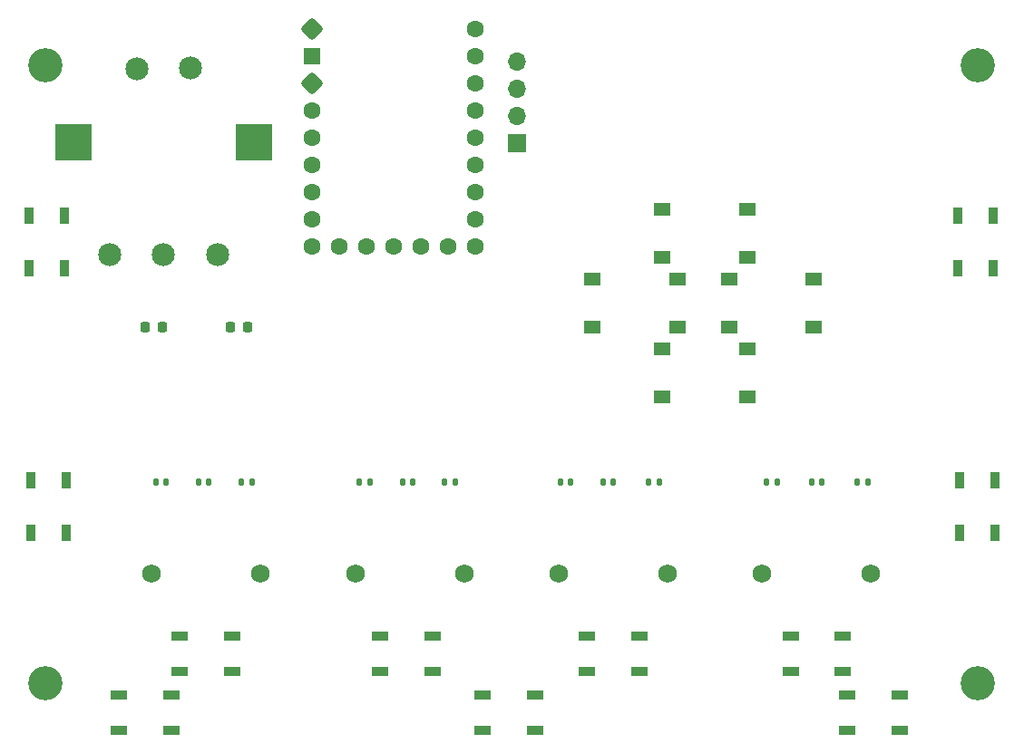
<source format=gts>
G04 #@! TF.GenerationSoftware,KiCad,Pcbnew,8.0.1*
G04 #@! TF.CreationDate,2024-04-13T19:32:52-07:00*
G04 #@! TF.ProjectId,strellpad,73747265-6c6c-4706-9164-2e6b69636164,rev?*
G04 #@! TF.SameCoordinates,Original*
G04 #@! TF.FileFunction,Soldermask,Top*
G04 #@! TF.FilePolarity,Negative*
%FSLAX46Y46*%
G04 Gerber Fmt 4.6, Leading zero omitted, Abs format (unit mm)*
G04 Created by KiCad (PCBNEW 8.0.1) date 2024-04-13 19:32:52*
%MOMM*%
%LPD*%
G01*
G04 APERTURE LIST*
G04 Aperture macros list*
%AMRoundRect*
0 Rectangle with rounded corners*
0 $1 Rounding radius*
0 $2 $3 $4 $5 $6 $7 $8 $9 X,Y pos of 4 corners*
0 Add a 4 corners polygon primitive as box body*
4,1,4,$2,$3,$4,$5,$6,$7,$8,$9,$2,$3,0*
0 Add four circle primitives for the rounded corners*
1,1,$1+$1,$2,$3*
1,1,$1+$1,$4,$5*
1,1,$1+$1,$6,$7*
1,1,$1+$1,$8,$9*
0 Add four rect primitives between the rounded corners*
20,1,$1+$1,$2,$3,$4,$5,0*
20,1,$1+$1,$4,$5,$6,$7,0*
20,1,$1+$1,$6,$7,$8,$9,0*
20,1,$1+$1,$8,$9,$2,$3,0*%
G04 Aperture macros list end*
%ADD10RoundRect,0.140000X0.140000X0.170000X-0.140000X0.170000X-0.140000X-0.170000X0.140000X-0.170000X0*%
%ADD11R,1.500000X0.900000*%
%ADD12R,0.900000X1.500000*%
%ADD13RoundRect,0.102000X-1.608000X-1.608000X1.608000X-1.608000X1.608000X1.608000X-1.608000X1.608000X0*%
%ADD14C,2.154000*%
%ADD15C,1.750000*%
%ADD16RoundRect,0.140000X-0.140000X-0.170000X0.140000X-0.170000X0.140000X0.170000X-0.140000X0.170000X0*%
%ADD17RoundRect,0.135000X-0.135000X-0.185000X0.135000X-0.185000X0.135000X0.185000X-0.135000X0.185000X0*%
%ADD18R,1.550000X1.300000*%
%ADD19C,3.200000*%
%ADD20RoundRect,0.225000X-0.225000X-0.250000X0.225000X-0.250000X0.225000X0.250000X-0.225000X0.250000X0*%
%ADD21C,1.600000*%
%ADD22R,1.600000X1.600000*%
%ADD23RoundRect,0.300000X0.000000X-0.707107X0.707107X0.000000X0.000000X0.707107X-0.707107X0.000000X0*%
%ADD24R,1.700000X1.700000*%
%ADD25O,1.700000X1.700000*%
G04 APERTURE END LIST*
D10*
X140740000Y-132500000D03*
X139780000Y-132500000D03*
D11*
X171450000Y-155650000D03*
X171450000Y-152350000D03*
X166550000Y-152350000D03*
X166550000Y-155650000D03*
D12*
X90195000Y-112450000D03*
X93495000Y-112450000D03*
X93495000Y-107550000D03*
X90195000Y-107550000D03*
D13*
X94350000Y-100750000D03*
X111150000Y-100750000D03*
D14*
X97750000Y-111250000D03*
X102750000Y-111250000D03*
X107750000Y-111250000D03*
X100250000Y-93850000D03*
X105250000Y-93750000D03*
D15*
X101630000Y-141000000D03*
X111790000Y-141000000D03*
D11*
X147160000Y-150150000D03*
X147160000Y-146850000D03*
X142260000Y-146850000D03*
X142260000Y-150150000D03*
D16*
X106020000Y-132500000D03*
X106980000Y-132500000D03*
D11*
X103450000Y-155650000D03*
X103450000Y-152350000D03*
X98550000Y-152350000D03*
X98550000Y-155650000D03*
D16*
X163240000Y-132500000D03*
X164200000Y-132500000D03*
D10*
X102980000Y-132500000D03*
X102020000Y-132500000D03*
D12*
X180150000Y-107550000D03*
X176850000Y-107550000D03*
X176850000Y-112450000D03*
X180150000Y-112450000D03*
D16*
X125030000Y-132500000D03*
X125990000Y-132500000D03*
D12*
X180360000Y-132300000D03*
X177060000Y-132300000D03*
X177060000Y-137200000D03*
X180360000Y-137200000D03*
D17*
X109980000Y-132500000D03*
X111000000Y-132500000D03*
X128970000Y-132500000D03*
X129990000Y-132500000D03*
D18*
X155500000Y-113500000D03*
X163450000Y-113500000D03*
X155500000Y-118000000D03*
X163450000Y-118000000D03*
D19*
X178710000Y-93500000D03*
D11*
X109160000Y-150150000D03*
X109160000Y-146850000D03*
X104260000Y-146850000D03*
X104260000Y-150150000D03*
D15*
X120630000Y-141000000D03*
X130790000Y-141000000D03*
D18*
X149250000Y-120000000D03*
X157200000Y-120000000D03*
X149250000Y-124500000D03*
X157200000Y-124500000D03*
D20*
X109000000Y-118000000D03*
X110550000Y-118000000D03*
D15*
X139630000Y-141000000D03*
X149790000Y-141000000D03*
X158630000Y-141000000D03*
X168790000Y-141000000D03*
D11*
X166160000Y-150150000D03*
X166160000Y-146850000D03*
X161260000Y-146850000D03*
X161260000Y-150150000D03*
D10*
X159990000Y-132500000D03*
X159030000Y-132500000D03*
D16*
X143780000Y-132500000D03*
X144740000Y-132500000D03*
D21*
X131830000Y-90090000D03*
X131830000Y-92630000D03*
X131830000Y-95170000D03*
X131830000Y-97710000D03*
X131830000Y-100250000D03*
X131830000Y-102790000D03*
X131830000Y-105330000D03*
X131830000Y-107870000D03*
X131830000Y-110410000D03*
X129290000Y-110410000D03*
X126750000Y-110410000D03*
X124210000Y-110410000D03*
X121670000Y-110410000D03*
X119130000Y-110410000D03*
X116590000Y-110410000D03*
X116590000Y-107870000D03*
X116590000Y-105330000D03*
X116590000Y-102790000D03*
X116590000Y-100250000D03*
X116590000Y-97710000D03*
D22*
X116590000Y-92630000D03*
D23*
X116590000Y-95170000D03*
X116590000Y-90090000D03*
D10*
X121990000Y-132500000D03*
X121030000Y-132500000D03*
D11*
X127825000Y-150150000D03*
X127825000Y-146850000D03*
X122925000Y-146850000D03*
X122925000Y-150150000D03*
D24*
X135710000Y-100810000D03*
D25*
X135710000Y-98270000D03*
X135710000Y-95730000D03*
X135710000Y-93190000D03*
D19*
X178710000Y-151250000D03*
D11*
X137450000Y-155650000D03*
X137450000Y-152350000D03*
X132550000Y-152350000D03*
X132550000Y-155650000D03*
D17*
X147970000Y-132500000D03*
X148990000Y-132500000D03*
X167480000Y-132500000D03*
X168500000Y-132500000D03*
D18*
X149275000Y-107000000D03*
X157225000Y-107000000D03*
X149275000Y-111500000D03*
X157225000Y-111500000D03*
D19*
X91710000Y-93500000D03*
D20*
X101050000Y-118000000D03*
X102600000Y-118000000D03*
D19*
X91710000Y-151250000D03*
D12*
X90350000Y-137200000D03*
X93650000Y-137200000D03*
X93650000Y-132300000D03*
X90350000Y-132300000D03*
D18*
X142775000Y-113500000D03*
X150725000Y-113500000D03*
X142775000Y-118000000D03*
X150725000Y-118000000D03*
M02*

</source>
